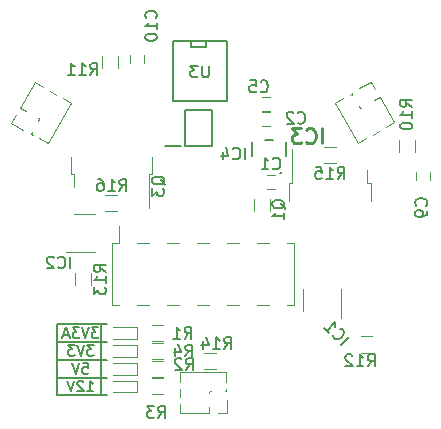
<source format=gbo>
G04 #@! TF.GenerationSoftware,KiCad,Pcbnew,(5.0.0)*
G04 #@! TF.CreationDate,2019-02-18T13:23:37-08:00*
G04 #@! TF.ProjectId,mlab100_Conn_PCB_1.6,6D6C61623130305F436F6E6E5F504342,rev?*
G04 #@! TF.SameCoordinates,Original*
G04 #@! TF.FileFunction,Legend,Bot*
G04 #@! TF.FilePolarity,Positive*
%FSLAX46Y46*%
G04 Gerber Fmt 4.6, Leading zero omitted, Abs format (unit mm)*
G04 Created by KiCad (PCBNEW (5.0.0)) date 02/18/19 13:23:37*
%MOMM*%
%LPD*%
G01*
G04 APERTURE LIST*
%ADD10C,0.200000*%
%ADD11C,0.150000*%
%ADD12C,0.120000*%
%ADD13C,0.254000*%
G04 APERTURE END LIST*
D10*
X11500000Y-36750000D02*
X12000000Y-36750000D01*
X11500000Y-35250000D02*
X12000000Y-35250000D01*
X11500000Y-33750000D02*
X12000000Y-33750000D01*
X11500000Y-32250000D02*
X12000000Y-32250000D01*
X11500000Y-30750000D02*
X12000000Y-30750000D01*
X11500000Y-35250000D02*
X7750000Y-35250000D01*
X11500000Y-33750000D02*
X11500000Y-35250000D01*
X7750000Y-33750000D02*
X11500000Y-33750000D01*
X7750000Y-32250000D02*
X7750000Y-33750000D01*
X7750000Y-36750000D02*
X7750000Y-32250000D01*
X11500000Y-36750000D02*
X7750000Y-36750000D01*
X11500000Y-30750000D02*
X11500000Y-36750000D01*
X7750000Y-30750000D02*
X11500000Y-30750000D01*
X7750000Y-32250000D02*
X7750000Y-30750000D01*
X11500000Y-32250000D02*
X7750000Y-32250000D01*
D11*
X11250000Y-31007142D02*
X10692857Y-31007142D01*
X10992857Y-31350000D01*
X10864285Y-31350000D01*
X10778571Y-31392857D01*
X10735714Y-31435714D01*
X10692857Y-31521428D01*
X10692857Y-31735714D01*
X10735714Y-31821428D01*
X10778571Y-31864285D01*
X10864285Y-31907142D01*
X11121428Y-31907142D01*
X11207142Y-31864285D01*
X11250000Y-31821428D01*
X10435714Y-31007142D02*
X10135714Y-31907142D01*
X9835714Y-31007142D01*
X9621428Y-31007142D02*
X9064285Y-31007142D01*
X9364285Y-31350000D01*
X9235714Y-31350000D01*
X9150000Y-31392857D01*
X9107142Y-31435714D01*
X9064285Y-31521428D01*
X9064285Y-31735714D01*
X9107142Y-31821428D01*
X9150000Y-31864285D01*
X9235714Y-31907142D01*
X9492857Y-31907142D01*
X9578571Y-31864285D01*
X9621428Y-31821428D01*
X8721428Y-31650000D02*
X8292857Y-31650000D01*
X8807142Y-31907142D02*
X8507142Y-31007142D01*
X8207142Y-31907142D01*
X10864285Y-32507142D02*
X10307142Y-32507142D01*
X10607142Y-32850000D01*
X10478571Y-32850000D01*
X10392857Y-32892857D01*
X10350000Y-32935714D01*
X10307142Y-33021428D01*
X10307142Y-33235714D01*
X10350000Y-33321428D01*
X10392857Y-33364285D01*
X10478571Y-33407142D01*
X10735714Y-33407142D01*
X10821428Y-33364285D01*
X10864285Y-33321428D01*
X10050000Y-32507142D02*
X9750000Y-33407142D01*
X9450000Y-32507142D01*
X9235714Y-32507142D02*
X8678571Y-32507142D01*
X8978571Y-32850000D01*
X8850000Y-32850000D01*
X8764285Y-32892857D01*
X8721428Y-32935714D01*
X8678571Y-33021428D01*
X8678571Y-33235714D01*
X8721428Y-33321428D01*
X8764285Y-33364285D01*
X8850000Y-33407142D01*
X9107142Y-33407142D01*
X9192857Y-33364285D01*
X9235714Y-33321428D01*
X9921428Y-34007142D02*
X10350000Y-34007142D01*
X10392857Y-34435714D01*
X10350000Y-34392857D01*
X10264285Y-34350000D01*
X10050000Y-34350000D01*
X9964285Y-34392857D01*
X9921428Y-34435714D01*
X9878571Y-34521428D01*
X9878571Y-34735714D01*
X9921428Y-34821428D01*
X9964285Y-34864285D01*
X10050000Y-34907142D01*
X10264285Y-34907142D01*
X10350000Y-34864285D01*
X10392857Y-34821428D01*
X9621428Y-34007142D02*
X9321428Y-34907142D01*
X9021428Y-34007142D01*
X10307142Y-36407142D02*
X10821428Y-36407142D01*
X10564285Y-36407142D02*
X10564285Y-35507142D01*
X10650000Y-35635714D01*
X10735714Y-35721428D01*
X10821428Y-35764285D01*
X9964285Y-35592857D02*
X9921428Y-35550000D01*
X9835714Y-35507142D01*
X9621428Y-35507142D01*
X9535714Y-35550000D01*
X9492857Y-35592857D01*
X9450000Y-35678571D01*
X9450000Y-35764285D01*
X9492857Y-35892857D01*
X10007142Y-36407142D01*
X9450000Y-36407142D01*
X9192857Y-35507142D02*
X8892857Y-36407142D01*
X8592857Y-35507142D01*
D12*
G04 #@! TO.C,J10*
X34298609Y-10186821D02*
X33320000Y-10751821D01*
X34678609Y-10845000D02*
X34298609Y-10186821D01*
X31986319Y-11596877D02*
X31274039Y-12008112D01*
X32694321Y-11188112D02*
X32518977Y-11289347D01*
X32760085Y-11302020D02*
X32694321Y-11188112D01*
X33395085Y-12401872D02*
X33323556Y-12277980D01*
X33592020Y-12349915D02*
X33468128Y-12421444D01*
X35058609Y-11503179D02*
X34567980Y-11786444D01*
X31274039Y-12008112D02*
X33239039Y-15411592D01*
X35058609Y-11503179D02*
X36296109Y-13646592D01*
X35051171Y-14365357D02*
X34483977Y-14692827D01*
X33951319Y-15000357D02*
X33239039Y-15411592D01*
X36296109Y-13646592D02*
X35583829Y-14057827D01*
G04 #@! TO.C,C9*
X39320000Y-18510000D02*
X39320000Y-17810000D01*
X38120000Y-17810000D02*
X38120000Y-18510000D01*
D10*
G04 #@! TO.C,IC4*
X18610000Y-15610000D02*
X20910000Y-15610000D01*
X20910000Y-15610000D02*
X20910000Y-12610000D01*
X20910000Y-12610000D02*
X18610000Y-12610000D01*
X18610000Y-12610000D02*
X18610000Y-15610000D01*
X16860000Y-15660000D02*
X18260000Y-15660000D01*
G04 #@! TO.C,IC3*
X27138000Y-15341000D02*
X27138000Y-16464000D01*
X24238000Y-15341000D02*
X24238000Y-16464000D01*
X26038000Y-15105000D02*
X25338000Y-15105000D01*
D13*
X26728300Y-17916000D02*
G75*
G03X26728300Y-17916000I-59300J0D01*
G01*
D11*
G04 #@! TO.C,U3*
X20354000Y-7268000D02*
X20354000Y-6760000D01*
X19084000Y-7268000D02*
X20354000Y-7268000D01*
X19084000Y-6760000D02*
X19084000Y-7268000D01*
X22132000Y-6760000D02*
X17560000Y-6760000D01*
X22132000Y-11840000D02*
X22132000Y-6760000D01*
X17560000Y-11840000D02*
X22132000Y-11840000D01*
X17560000Y-6760000D02*
X17560000Y-11840000D01*
D12*
G04 #@! TO.C,J3*
X24670000Y-29080000D02*
X25690000Y-29080000D01*
X24670000Y-23880000D02*
X25690000Y-23880000D01*
X22130000Y-29080000D02*
X23150000Y-29080000D01*
X22130000Y-23880000D02*
X23150000Y-23880000D01*
X19590000Y-29080000D02*
X20610000Y-29080000D01*
X19590000Y-23880000D02*
X20610000Y-23880000D01*
X17050000Y-29080000D02*
X18070000Y-29080000D01*
X17050000Y-23880000D02*
X18070000Y-23880000D01*
X14510000Y-29080000D02*
X15530000Y-29080000D01*
X14510000Y-23880000D02*
X15530000Y-23880000D01*
X27210000Y-29080000D02*
X27780000Y-29080000D01*
X27210000Y-23880000D02*
X27780000Y-23880000D01*
X12420000Y-29080000D02*
X12990000Y-29080000D01*
X12420000Y-23880000D02*
X12990000Y-23880000D01*
X12990000Y-22440000D02*
X12990000Y-23880000D01*
X27780000Y-23880000D02*
X27780000Y-29080000D01*
X12420000Y-23880000D02*
X12420000Y-29080000D01*
G04 #@! TO.C,J8*
X22130000Y-38290000D02*
X22130000Y-37160000D01*
X21370000Y-38290000D02*
X22130000Y-38290000D01*
X22065000Y-35582470D02*
X22065000Y-34760000D01*
X22065000Y-36400000D02*
X22065000Y-36197530D01*
X21933471Y-36400000D02*
X22065000Y-36400000D01*
X20663471Y-36400000D02*
X20806529Y-36400000D01*
X20610000Y-36596529D02*
X20610000Y-36453471D01*
X20610000Y-38290000D02*
X20610000Y-37723471D01*
X22065000Y-34760000D02*
X18135000Y-34760000D01*
X20610000Y-38290000D02*
X18135000Y-38290000D01*
X18135000Y-36852470D02*
X18135000Y-36197530D01*
X18135000Y-35582470D02*
X18135000Y-34760000D01*
X18135000Y-38290000D02*
X18135000Y-37467530D01*
G04 #@! TO.C,J9*
X5868891Y-10243408D02*
X6581171Y-10654643D01*
X8213681Y-11597173D02*
X8925961Y-12008408D01*
X7113829Y-10962173D02*
X7681023Y-11289643D01*
X4631391Y-12386821D02*
X5868891Y-10243408D01*
X6960961Y-15411888D02*
X8925961Y-12008408D01*
X4631391Y-12386821D02*
X5122020Y-12670085D01*
X6097980Y-13233556D02*
X6221872Y-13305085D01*
X6241444Y-13378128D02*
X6169915Y-13502020D01*
X5606444Y-14477980D02*
X5540679Y-14591888D01*
X5540679Y-14591888D02*
X5716023Y-14693124D01*
X6248681Y-15000653D02*
X6960961Y-15411888D01*
X4251391Y-13045000D02*
X3871391Y-13703179D01*
X3871391Y-13703179D02*
X4850000Y-14268179D01*
G04 #@! TO.C,Q1*
X27400000Y-20260000D02*
X27400000Y-18760000D01*
X27400000Y-18760000D02*
X27670000Y-18760000D01*
X27670000Y-18760000D02*
X27670000Y-15930000D01*
X34300000Y-20260000D02*
X34300000Y-18760000D01*
X34300000Y-18760000D02*
X34030000Y-18760000D01*
X34030000Y-18760000D02*
X34030000Y-17660000D01*
G04 #@! TO.C,Q3*
X9170000Y-18050000D02*
X9170000Y-19150000D01*
X8900000Y-18050000D02*
X9170000Y-18050000D01*
X8900000Y-16550000D02*
X8900000Y-18050000D01*
X15530000Y-18050000D02*
X15530000Y-20880000D01*
X15800000Y-18050000D02*
X15530000Y-18050000D01*
X15800000Y-16550000D02*
X15800000Y-18050000D01*
G04 #@! TO.C,IC1*
X28550000Y-29590000D02*
X28550000Y-27790000D01*
X31770000Y-27790000D02*
X31770000Y-30240000D01*
G04 #@! TO.C,IC2*
X11000000Y-24590000D02*
X8550000Y-24590000D01*
X9200000Y-21370000D02*
X11000000Y-21370000D01*
G04 #@! TO.C,R10*
X38050000Y-16160000D02*
X38050000Y-15160000D01*
X36690000Y-15160000D02*
X36690000Y-16160000D01*
G04 #@! TO.C,R11*
X12906000Y-9038000D02*
X12906000Y-8038000D01*
X11546000Y-8038000D02*
X11546000Y-9038000D01*
G04 #@! TO.C,R12*
X33450000Y-33130000D02*
X34450000Y-33130000D01*
X34450000Y-31770000D02*
X33450000Y-31770000D01*
G04 #@! TO.C,R13*
X10620000Y-27380000D02*
X10620000Y-26380000D01*
X9260000Y-26380000D02*
X9260000Y-27380000D01*
G04 #@! TO.C,R14*
X20190000Y-34490000D02*
X21190000Y-34490000D01*
X21190000Y-33130000D02*
X20190000Y-33130000D01*
G04 #@! TO.C,R15*
X31350000Y-15700000D02*
X30350000Y-15700000D01*
X30350000Y-17060000D02*
X31350000Y-17060000D01*
G04 #@! TO.C,R16*
X11850000Y-21110000D02*
X12850000Y-21110000D01*
X12850000Y-19750000D02*
X11850000Y-19750000D01*
G04 #@! TO.C,C10*
X15112000Y-8622000D02*
X15112000Y-7922000D01*
X13912000Y-7922000D02*
X13912000Y-8622000D01*
G04 #@! TO.C,C1*
X26200000Y-18070000D02*
X25500000Y-18070000D01*
X25500000Y-19270000D02*
X26200000Y-19270000D01*
G04 #@! TO.C,C2*
X25784000Y-12764000D02*
X25084000Y-12764000D01*
X25084000Y-13964000D02*
X25784000Y-13964000D01*
G04 #@! TO.C,C5*
X25084000Y-12694000D02*
X25784000Y-12694000D01*
X25784000Y-11494000D02*
X25084000Y-11494000D01*
G04 #@! TO.C,JP1*
X25760000Y-21160000D02*
X25760000Y-20160000D01*
X24400000Y-20160000D02*
X24400000Y-21160000D01*
G04 #@! TO.C,D1*
X14550000Y-31000000D02*
X12450000Y-31000000D01*
X14550000Y-32000000D02*
X12450000Y-32000000D01*
X14550000Y-31000000D02*
X14550000Y-32000000D01*
G04 #@! TO.C,D2*
X14550000Y-32500000D02*
X14550000Y-33500000D01*
X14550000Y-33500000D02*
X12450000Y-33500000D01*
X14550000Y-32500000D02*
X12450000Y-32500000D01*
G04 #@! TO.C,D3*
X14550000Y-34000000D02*
X12450000Y-34000000D01*
X14550000Y-35000000D02*
X12450000Y-35000000D01*
X14550000Y-34000000D02*
X14550000Y-35000000D01*
G04 #@! TO.C,D4*
X14550000Y-35500000D02*
X14550000Y-36500000D01*
X14550000Y-36500000D02*
X12450000Y-36500000D01*
X14550000Y-35500000D02*
X12450000Y-35500000D01*
G04 #@! TO.C,R1*
X15750000Y-32180000D02*
X16750000Y-32180000D01*
X16750000Y-30820000D02*
X15750000Y-30820000D01*
G04 #@! TO.C,R2*
X16750000Y-33820000D02*
X15750000Y-33820000D01*
X15750000Y-35180000D02*
X16750000Y-35180000D01*
G04 #@! TO.C,R3*
X15750000Y-36680000D02*
X16750000Y-36680000D01*
X16750000Y-35320000D02*
X15750000Y-35320000D01*
G04 #@! TO.C,R4*
X16750000Y-32320000D02*
X15750000Y-32320000D01*
X15750000Y-33680000D02*
X16750000Y-33680000D01*
G04 #@! TO.C,C9*
D11*
X38987142Y-20683333D02*
X39034761Y-20635714D01*
X39082380Y-20492857D01*
X39082380Y-20397619D01*
X39034761Y-20254761D01*
X38939523Y-20159523D01*
X38844285Y-20111904D01*
X38653809Y-20064285D01*
X38510952Y-20064285D01*
X38320476Y-20111904D01*
X38225238Y-20159523D01*
X38130000Y-20254761D01*
X38082380Y-20397619D01*
X38082380Y-20492857D01*
X38130000Y-20635714D01*
X38177619Y-20683333D01*
X39082380Y-21159523D02*
X39082380Y-21350000D01*
X39034761Y-21445238D01*
X38987142Y-21492857D01*
X38844285Y-21588095D01*
X38653809Y-21635714D01*
X38272857Y-21635714D01*
X38177619Y-21588095D01*
X38130000Y-21540476D01*
X38082380Y-21445238D01*
X38082380Y-21254761D01*
X38130000Y-21159523D01*
X38177619Y-21111904D01*
X38272857Y-21064285D01*
X38510952Y-21064285D01*
X38606190Y-21111904D01*
X38653809Y-21159523D01*
X38701428Y-21254761D01*
X38701428Y-21445238D01*
X38653809Y-21540476D01*
X38606190Y-21588095D01*
X38510952Y-21635714D01*
G04 #@! TO.C,IC4*
X23686190Y-16782380D02*
X23686190Y-15782380D01*
X22638571Y-16687142D02*
X22686190Y-16734761D01*
X22829047Y-16782380D01*
X22924285Y-16782380D01*
X23067142Y-16734761D01*
X23162380Y-16639523D01*
X23210000Y-16544285D01*
X23257619Y-16353809D01*
X23257619Y-16210952D01*
X23210000Y-16020476D01*
X23162380Y-15925238D01*
X23067142Y-15830000D01*
X22924285Y-15782380D01*
X22829047Y-15782380D01*
X22686190Y-15830000D01*
X22638571Y-15877619D01*
X21781428Y-16115714D02*
X21781428Y-16782380D01*
X22019523Y-15734761D02*
X22257619Y-16449047D01*
X21638571Y-16449047D01*
G04 #@! TO.C,IC3*
D13*
X30199761Y-15414523D02*
X30199761Y-14144523D01*
X28869285Y-15293571D02*
X28929761Y-15354047D01*
X29111190Y-15414523D01*
X29232142Y-15414523D01*
X29413571Y-15354047D01*
X29534523Y-15233095D01*
X29595000Y-15112142D01*
X29655476Y-14870238D01*
X29655476Y-14688809D01*
X29595000Y-14446904D01*
X29534523Y-14325952D01*
X29413571Y-14205000D01*
X29232142Y-14144523D01*
X29111190Y-14144523D01*
X28929761Y-14205000D01*
X28869285Y-14265476D01*
X28445952Y-14144523D02*
X27659761Y-14144523D01*
X28083095Y-14628333D01*
X27901666Y-14628333D01*
X27780714Y-14688809D01*
X27720238Y-14749285D01*
X27659761Y-14870238D01*
X27659761Y-15172619D01*
X27720238Y-15293571D01*
X27780714Y-15354047D01*
X27901666Y-15414523D01*
X28264523Y-15414523D01*
X28385476Y-15354047D01*
X28445952Y-15293571D01*
G04 #@! TO.C,U3*
D11*
X20611904Y-8832380D02*
X20611904Y-9641904D01*
X20564285Y-9737142D01*
X20516666Y-9784761D01*
X20421428Y-9832380D01*
X20230952Y-9832380D01*
X20135714Y-9784761D01*
X20088095Y-9737142D01*
X20040476Y-9641904D01*
X20040476Y-8832380D01*
X19659523Y-8832380D02*
X19040476Y-8832380D01*
X19373809Y-9213333D01*
X19230952Y-9213333D01*
X19135714Y-9260952D01*
X19088095Y-9308571D01*
X19040476Y-9403809D01*
X19040476Y-9641904D01*
X19088095Y-9737142D01*
X19135714Y-9784761D01*
X19230952Y-9832380D01*
X19516666Y-9832380D01*
X19611904Y-9784761D01*
X19659523Y-9737142D01*
G04 #@! TO.C,Q1*
X27077619Y-20954761D02*
X27030000Y-20859523D01*
X26934761Y-20764285D01*
X26791904Y-20621428D01*
X26744285Y-20526190D01*
X26744285Y-20430952D01*
X26982380Y-20478571D02*
X26934761Y-20383333D01*
X26839523Y-20288095D01*
X26649047Y-20240476D01*
X26315714Y-20240476D01*
X26125238Y-20288095D01*
X26030000Y-20383333D01*
X25982380Y-20478571D01*
X25982380Y-20669047D01*
X26030000Y-20764285D01*
X26125238Y-20859523D01*
X26315714Y-20907142D01*
X26649047Y-20907142D01*
X26839523Y-20859523D01*
X26934761Y-20764285D01*
X26982380Y-20669047D01*
X26982380Y-20478571D01*
X26982380Y-21859523D02*
X26982380Y-21288095D01*
X26982380Y-21573809D02*
X25982380Y-21573809D01*
X26125238Y-21478571D01*
X26220476Y-21383333D01*
X26268095Y-21288095D01*
G04 #@! TO.C,Q3*
X16887619Y-18944761D02*
X16840000Y-18849523D01*
X16744761Y-18754285D01*
X16601904Y-18611428D01*
X16554285Y-18516190D01*
X16554285Y-18420952D01*
X16792380Y-18468571D02*
X16744761Y-18373333D01*
X16649523Y-18278095D01*
X16459047Y-18230476D01*
X16125714Y-18230476D01*
X15935238Y-18278095D01*
X15840000Y-18373333D01*
X15792380Y-18468571D01*
X15792380Y-18659047D01*
X15840000Y-18754285D01*
X15935238Y-18849523D01*
X16125714Y-18897142D01*
X16459047Y-18897142D01*
X16649523Y-18849523D01*
X16744761Y-18754285D01*
X16792380Y-18659047D01*
X16792380Y-18468571D01*
X15792380Y-19230476D02*
X15792380Y-19849523D01*
X16173333Y-19516190D01*
X16173333Y-19659047D01*
X16220952Y-19754285D01*
X16268571Y-19801904D01*
X16363809Y-19849523D01*
X16601904Y-19849523D01*
X16697142Y-19801904D01*
X16744761Y-19754285D01*
X16792380Y-19659047D01*
X16792380Y-19373333D01*
X16744761Y-19278095D01*
X16697142Y-19230476D01*
G04 #@! TO.C,IC1*
X31800389Y-32490152D02*
X32507496Y-31783045D01*
X31126954Y-31682030D02*
X31126954Y-31749374D01*
X31194297Y-31884061D01*
X31261641Y-31951404D01*
X31396328Y-32018748D01*
X31531015Y-32018748D01*
X31632030Y-31985076D01*
X31800389Y-31884061D01*
X31901404Y-31783045D01*
X32002419Y-31614687D01*
X32036091Y-31513671D01*
X32036091Y-31378984D01*
X31968748Y-31244297D01*
X31901404Y-31176954D01*
X31766717Y-31109610D01*
X31699374Y-31109610D01*
X30386175Y-31075938D02*
X30790236Y-31480000D01*
X30588206Y-31277969D02*
X31295312Y-30570862D01*
X31261641Y-30739221D01*
X31261641Y-30873908D01*
X31295312Y-30974923D01*
G04 #@! TO.C,IC2*
X8886190Y-26002380D02*
X8886190Y-25002380D01*
X7838571Y-25907142D02*
X7886190Y-25954761D01*
X8029047Y-26002380D01*
X8124285Y-26002380D01*
X8267142Y-25954761D01*
X8362380Y-25859523D01*
X8410000Y-25764285D01*
X8457619Y-25573809D01*
X8457619Y-25430952D01*
X8410000Y-25240476D01*
X8362380Y-25145238D01*
X8267142Y-25050000D01*
X8124285Y-25002380D01*
X8029047Y-25002380D01*
X7886190Y-25050000D01*
X7838571Y-25097619D01*
X7457619Y-25097619D02*
X7410000Y-25050000D01*
X7314761Y-25002380D01*
X7076666Y-25002380D01*
X6981428Y-25050000D01*
X6933809Y-25097619D01*
X6886190Y-25192857D01*
X6886190Y-25288095D01*
X6933809Y-25430952D01*
X7505238Y-26002380D01*
X6886190Y-26002380D01*
G04 #@! TO.C,R10*
X37812380Y-12327142D02*
X37336190Y-11993809D01*
X37812380Y-11755714D02*
X36812380Y-11755714D01*
X36812380Y-12136666D01*
X36860000Y-12231904D01*
X36907619Y-12279523D01*
X37002857Y-12327142D01*
X37145714Y-12327142D01*
X37240952Y-12279523D01*
X37288571Y-12231904D01*
X37336190Y-12136666D01*
X37336190Y-11755714D01*
X37812380Y-13279523D02*
X37812380Y-12708095D01*
X37812380Y-12993809D02*
X36812380Y-12993809D01*
X36955238Y-12898571D01*
X37050476Y-12803333D01*
X37098095Y-12708095D01*
X36812380Y-13898571D02*
X36812380Y-13993809D01*
X36860000Y-14089047D01*
X36907619Y-14136666D01*
X37002857Y-14184285D01*
X37193333Y-14231904D01*
X37431428Y-14231904D01*
X37621904Y-14184285D01*
X37717142Y-14136666D01*
X37764761Y-14089047D01*
X37812380Y-13993809D01*
X37812380Y-13898571D01*
X37764761Y-13803333D01*
X37717142Y-13755714D01*
X37621904Y-13708095D01*
X37431428Y-13660476D01*
X37193333Y-13660476D01*
X37002857Y-13708095D01*
X36907619Y-13755714D01*
X36860000Y-13803333D01*
X36812380Y-13898571D01*
G04 #@! TO.C,R11*
X10562857Y-9622380D02*
X10896190Y-9146190D01*
X11134285Y-9622380D02*
X11134285Y-8622380D01*
X10753333Y-8622380D01*
X10658095Y-8670000D01*
X10610476Y-8717619D01*
X10562857Y-8812857D01*
X10562857Y-8955714D01*
X10610476Y-9050952D01*
X10658095Y-9098571D01*
X10753333Y-9146190D01*
X11134285Y-9146190D01*
X9610476Y-9622380D02*
X10181904Y-9622380D01*
X9896190Y-9622380D02*
X9896190Y-8622380D01*
X9991428Y-8765238D01*
X10086666Y-8860476D01*
X10181904Y-8908095D01*
X8658095Y-9622380D02*
X9229523Y-9622380D01*
X8943809Y-9622380D02*
X8943809Y-8622380D01*
X9039047Y-8765238D01*
X9134285Y-8860476D01*
X9229523Y-8908095D01*
G04 #@! TO.C,R12*
X34062857Y-34292380D02*
X34396190Y-33816190D01*
X34634285Y-34292380D02*
X34634285Y-33292380D01*
X34253333Y-33292380D01*
X34158095Y-33340000D01*
X34110476Y-33387619D01*
X34062857Y-33482857D01*
X34062857Y-33625714D01*
X34110476Y-33720952D01*
X34158095Y-33768571D01*
X34253333Y-33816190D01*
X34634285Y-33816190D01*
X33110476Y-34292380D02*
X33681904Y-34292380D01*
X33396190Y-34292380D02*
X33396190Y-33292380D01*
X33491428Y-33435238D01*
X33586666Y-33530476D01*
X33681904Y-33578095D01*
X32729523Y-33387619D02*
X32681904Y-33340000D01*
X32586666Y-33292380D01*
X32348571Y-33292380D01*
X32253333Y-33340000D01*
X32205714Y-33387619D01*
X32158095Y-33482857D01*
X32158095Y-33578095D01*
X32205714Y-33720952D01*
X32777142Y-34292380D01*
X32158095Y-34292380D01*
G04 #@! TO.C,R13*
X11872380Y-26297142D02*
X11396190Y-25963809D01*
X11872380Y-25725714D02*
X10872380Y-25725714D01*
X10872380Y-26106666D01*
X10920000Y-26201904D01*
X10967619Y-26249523D01*
X11062857Y-26297142D01*
X11205714Y-26297142D01*
X11300952Y-26249523D01*
X11348571Y-26201904D01*
X11396190Y-26106666D01*
X11396190Y-25725714D01*
X11872380Y-27249523D02*
X11872380Y-26678095D01*
X11872380Y-26963809D02*
X10872380Y-26963809D01*
X11015238Y-26868571D01*
X11110476Y-26773333D01*
X11158095Y-26678095D01*
X10872380Y-27582857D02*
X10872380Y-28201904D01*
X11253333Y-27868571D01*
X11253333Y-28011428D01*
X11300952Y-28106666D01*
X11348571Y-28154285D01*
X11443809Y-28201904D01*
X11681904Y-28201904D01*
X11777142Y-28154285D01*
X11824761Y-28106666D01*
X11872380Y-28011428D01*
X11872380Y-27725714D01*
X11824761Y-27630476D01*
X11777142Y-27582857D01*
G04 #@! TO.C,R14*
X21912857Y-32832380D02*
X22246190Y-32356190D01*
X22484285Y-32832380D02*
X22484285Y-31832380D01*
X22103333Y-31832380D01*
X22008095Y-31880000D01*
X21960476Y-31927619D01*
X21912857Y-32022857D01*
X21912857Y-32165714D01*
X21960476Y-32260952D01*
X22008095Y-32308571D01*
X22103333Y-32356190D01*
X22484285Y-32356190D01*
X20960476Y-32832380D02*
X21531904Y-32832380D01*
X21246190Y-32832380D02*
X21246190Y-31832380D01*
X21341428Y-31975238D01*
X21436666Y-32070476D01*
X21531904Y-32118095D01*
X20103333Y-32165714D02*
X20103333Y-32832380D01*
X20341428Y-31784761D02*
X20579523Y-32499047D01*
X19960476Y-32499047D01*
G04 #@! TO.C,R15*
X31512857Y-18412380D02*
X31846190Y-17936190D01*
X32084285Y-18412380D02*
X32084285Y-17412380D01*
X31703333Y-17412380D01*
X31608095Y-17460000D01*
X31560476Y-17507619D01*
X31512857Y-17602857D01*
X31512857Y-17745714D01*
X31560476Y-17840952D01*
X31608095Y-17888571D01*
X31703333Y-17936190D01*
X32084285Y-17936190D01*
X30560476Y-18412380D02*
X31131904Y-18412380D01*
X30846190Y-18412380D02*
X30846190Y-17412380D01*
X30941428Y-17555238D01*
X31036666Y-17650476D01*
X31131904Y-17698095D01*
X29655714Y-17412380D02*
X30131904Y-17412380D01*
X30179523Y-17888571D01*
X30131904Y-17840952D01*
X30036666Y-17793333D01*
X29798571Y-17793333D01*
X29703333Y-17840952D01*
X29655714Y-17888571D01*
X29608095Y-17983809D01*
X29608095Y-18221904D01*
X29655714Y-18317142D01*
X29703333Y-18364761D01*
X29798571Y-18412380D01*
X30036666Y-18412380D01*
X30131904Y-18364761D01*
X30179523Y-18317142D01*
G04 #@! TO.C,R16*
X13032857Y-19432380D02*
X13366190Y-18956190D01*
X13604285Y-19432380D02*
X13604285Y-18432380D01*
X13223333Y-18432380D01*
X13128095Y-18480000D01*
X13080476Y-18527619D01*
X13032857Y-18622857D01*
X13032857Y-18765714D01*
X13080476Y-18860952D01*
X13128095Y-18908571D01*
X13223333Y-18956190D01*
X13604285Y-18956190D01*
X12080476Y-19432380D02*
X12651904Y-19432380D01*
X12366190Y-19432380D02*
X12366190Y-18432380D01*
X12461428Y-18575238D01*
X12556666Y-18670476D01*
X12651904Y-18718095D01*
X11223333Y-18432380D02*
X11413809Y-18432380D01*
X11509047Y-18480000D01*
X11556666Y-18527619D01*
X11651904Y-18670476D01*
X11699523Y-18860952D01*
X11699523Y-19241904D01*
X11651904Y-19337142D01*
X11604285Y-19384761D01*
X11509047Y-19432380D01*
X11318571Y-19432380D01*
X11223333Y-19384761D01*
X11175714Y-19337142D01*
X11128095Y-19241904D01*
X11128095Y-19003809D01*
X11175714Y-18908571D01*
X11223333Y-18860952D01*
X11318571Y-18813333D01*
X11509047Y-18813333D01*
X11604285Y-18860952D01*
X11651904Y-18908571D01*
X11699523Y-19003809D01*
G04 #@! TO.C,C10*
X16107142Y-4807142D02*
X16154761Y-4759523D01*
X16202380Y-4616666D01*
X16202380Y-4521428D01*
X16154761Y-4378571D01*
X16059523Y-4283333D01*
X15964285Y-4235714D01*
X15773809Y-4188095D01*
X15630952Y-4188095D01*
X15440476Y-4235714D01*
X15345238Y-4283333D01*
X15250000Y-4378571D01*
X15202380Y-4521428D01*
X15202380Y-4616666D01*
X15250000Y-4759523D01*
X15297619Y-4807142D01*
X16202380Y-5759523D02*
X16202380Y-5188095D01*
X16202380Y-5473809D02*
X15202380Y-5473809D01*
X15345238Y-5378571D01*
X15440476Y-5283333D01*
X15488095Y-5188095D01*
X15202380Y-6378571D02*
X15202380Y-6473809D01*
X15250000Y-6569047D01*
X15297619Y-6616666D01*
X15392857Y-6664285D01*
X15583333Y-6711904D01*
X15821428Y-6711904D01*
X16011904Y-6664285D01*
X16107142Y-6616666D01*
X16154761Y-6569047D01*
X16202380Y-6473809D01*
X16202380Y-6378571D01*
X16154761Y-6283333D01*
X16107142Y-6235714D01*
X16011904Y-6188095D01*
X15821428Y-6140476D01*
X15583333Y-6140476D01*
X15392857Y-6188095D01*
X15297619Y-6235714D01*
X15250000Y-6283333D01*
X15202380Y-6378571D01*
G04 #@! TO.C,C1*
X26016666Y-17527142D02*
X26064285Y-17574761D01*
X26207142Y-17622380D01*
X26302380Y-17622380D01*
X26445238Y-17574761D01*
X26540476Y-17479523D01*
X26588095Y-17384285D01*
X26635714Y-17193809D01*
X26635714Y-17050952D01*
X26588095Y-16860476D01*
X26540476Y-16765238D01*
X26445238Y-16670000D01*
X26302380Y-16622380D01*
X26207142Y-16622380D01*
X26064285Y-16670000D01*
X26016666Y-16717619D01*
X25064285Y-17622380D02*
X25635714Y-17622380D01*
X25350000Y-17622380D02*
X25350000Y-16622380D01*
X25445238Y-16765238D01*
X25540476Y-16860476D01*
X25635714Y-16908095D01*
G04 #@! TO.C,C2*
X28136666Y-13657142D02*
X28184285Y-13704761D01*
X28327142Y-13752380D01*
X28422380Y-13752380D01*
X28565238Y-13704761D01*
X28660476Y-13609523D01*
X28708095Y-13514285D01*
X28755714Y-13323809D01*
X28755714Y-13180952D01*
X28708095Y-12990476D01*
X28660476Y-12895238D01*
X28565238Y-12800000D01*
X28422380Y-12752380D01*
X28327142Y-12752380D01*
X28184285Y-12800000D01*
X28136666Y-12847619D01*
X27755714Y-12847619D02*
X27708095Y-12800000D01*
X27612857Y-12752380D01*
X27374761Y-12752380D01*
X27279523Y-12800000D01*
X27231904Y-12847619D01*
X27184285Y-12942857D01*
X27184285Y-13038095D01*
X27231904Y-13180952D01*
X27803333Y-13752380D01*
X27184285Y-13752380D01*
G04 #@! TO.C,C5*
X24986666Y-10997142D02*
X25034285Y-11044761D01*
X25177142Y-11092380D01*
X25272380Y-11092380D01*
X25415238Y-11044761D01*
X25510476Y-10949523D01*
X25558095Y-10854285D01*
X25605714Y-10663809D01*
X25605714Y-10520952D01*
X25558095Y-10330476D01*
X25510476Y-10235238D01*
X25415238Y-10140000D01*
X25272380Y-10092380D01*
X25177142Y-10092380D01*
X25034285Y-10140000D01*
X24986666Y-10187619D01*
X24081904Y-10092380D02*
X24558095Y-10092380D01*
X24605714Y-10568571D01*
X24558095Y-10520952D01*
X24462857Y-10473333D01*
X24224761Y-10473333D01*
X24129523Y-10520952D01*
X24081904Y-10568571D01*
X24034285Y-10663809D01*
X24034285Y-10901904D01*
X24081904Y-10997142D01*
X24129523Y-11044761D01*
X24224761Y-11092380D01*
X24462857Y-11092380D01*
X24558095Y-11044761D01*
X24605714Y-10997142D01*
G04 #@! TO.C,R1*
X18546666Y-31952380D02*
X18880000Y-31476190D01*
X19118095Y-31952380D02*
X19118095Y-30952380D01*
X18737142Y-30952380D01*
X18641904Y-31000000D01*
X18594285Y-31047619D01*
X18546666Y-31142857D01*
X18546666Y-31285714D01*
X18594285Y-31380952D01*
X18641904Y-31428571D01*
X18737142Y-31476190D01*
X19118095Y-31476190D01*
X17594285Y-31952380D02*
X18165714Y-31952380D01*
X17880000Y-31952380D02*
X17880000Y-30952380D01*
X17975238Y-31095238D01*
X18070476Y-31190476D01*
X18165714Y-31238095D01*
G04 #@! TO.C,R2*
X18656666Y-34602380D02*
X18990000Y-34126190D01*
X19228095Y-34602380D02*
X19228095Y-33602380D01*
X18847142Y-33602380D01*
X18751904Y-33650000D01*
X18704285Y-33697619D01*
X18656666Y-33792857D01*
X18656666Y-33935714D01*
X18704285Y-34030952D01*
X18751904Y-34078571D01*
X18847142Y-34126190D01*
X19228095Y-34126190D01*
X18275714Y-33697619D02*
X18228095Y-33650000D01*
X18132857Y-33602380D01*
X17894761Y-33602380D01*
X17799523Y-33650000D01*
X17751904Y-33697619D01*
X17704285Y-33792857D01*
X17704285Y-33888095D01*
X17751904Y-34030952D01*
X18323333Y-34602380D01*
X17704285Y-34602380D01*
G04 #@! TO.C,R3*
X16316666Y-38662380D02*
X16650000Y-38186190D01*
X16888095Y-38662380D02*
X16888095Y-37662380D01*
X16507142Y-37662380D01*
X16411904Y-37710000D01*
X16364285Y-37757619D01*
X16316666Y-37852857D01*
X16316666Y-37995714D01*
X16364285Y-38090952D01*
X16411904Y-38138571D01*
X16507142Y-38186190D01*
X16888095Y-38186190D01*
X15983333Y-37662380D02*
X15364285Y-37662380D01*
X15697619Y-38043333D01*
X15554761Y-38043333D01*
X15459523Y-38090952D01*
X15411904Y-38138571D01*
X15364285Y-38233809D01*
X15364285Y-38471904D01*
X15411904Y-38567142D01*
X15459523Y-38614761D01*
X15554761Y-38662380D01*
X15840476Y-38662380D01*
X15935714Y-38614761D01*
X15983333Y-38567142D01*
G04 #@! TO.C,R4*
X18616666Y-33452380D02*
X18950000Y-32976190D01*
X19188095Y-33452380D02*
X19188095Y-32452380D01*
X18807142Y-32452380D01*
X18711904Y-32500000D01*
X18664285Y-32547619D01*
X18616666Y-32642857D01*
X18616666Y-32785714D01*
X18664285Y-32880952D01*
X18711904Y-32928571D01*
X18807142Y-32976190D01*
X19188095Y-32976190D01*
X17759523Y-32785714D02*
X17759523Y-33452380D01*
X17997619Y-32404761D02*
X18235714Y-33119047D01*
X17616666Y-33119047D01*
G04 #@! TD*
M02*

</source>
